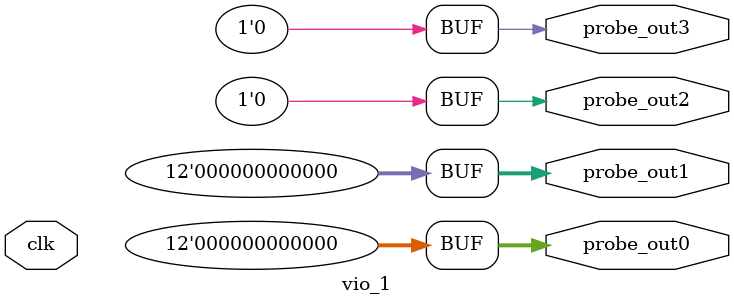
<source format=v>
`timescale 1ns / 1ps
module vio_1 (
clk,

probe_out0,
probe_out1,
probe_out2,
probe_out3
);

input clk;

output reg [11 : 0] probe_out0 = 'h000 ;
output reg [11 : 0] probe_out1 = 'h000 ;
output reg [0 : 0] probe_out2 = 'h0 ;
output reg [0 : 0] probe_out3 = 'h0 ;


endmodule

</source>
